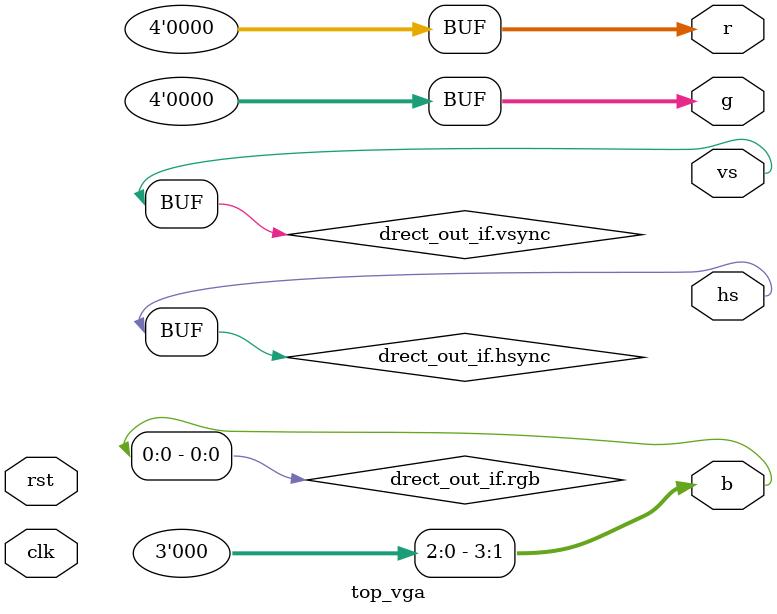
<source format=sv>
/**
 * San Jose State University
 * EE178 Lab #4
 * Author: prof. Eric Crabilla
 *
 * Modified by:
 * 2023  AGH University of Science and Technology
 * MTM UEC2
 * Piotr Kaczmarczyk
 *
 * Description:
 * The project top module.
 */

`timescale 1 ns / 1 ps

module top_vga (
    input  logic clk,
    input  logic rst,
    output logic vs,
    output logic hs,
    output logic [3:0] r,
    output logic [3:0] g,
    output logic [3:0] b
);


/**
 * Signals assignments
 */

assign vs = drect_out_if.vsync;
assign hs = drect_out_if.hsync;
assign {r,g,b} = drect_out_if.rgb;



//declarations of interfaces
vga_if tim_dbg_if();
vga_if dbg_drect_if();
vga_if drect_out_if();


/**
 * Submodules instances
*/

vga_timing u_vga_timing (
    .clk,
    .rst,
    .out(tim_dbg_if.out)
);

draw_bg u_draw_bg (
    .clk,
    .rst,
    .in(tim_dbg_if.in),
    .out(dbg_drect_if.out)
);

draw_rect u_draw_rect (
    .clk,
    .rst,
    .in(dbg_drect_if.in),
    .out(drect_out_if.out)
);



endmodule

</source>
